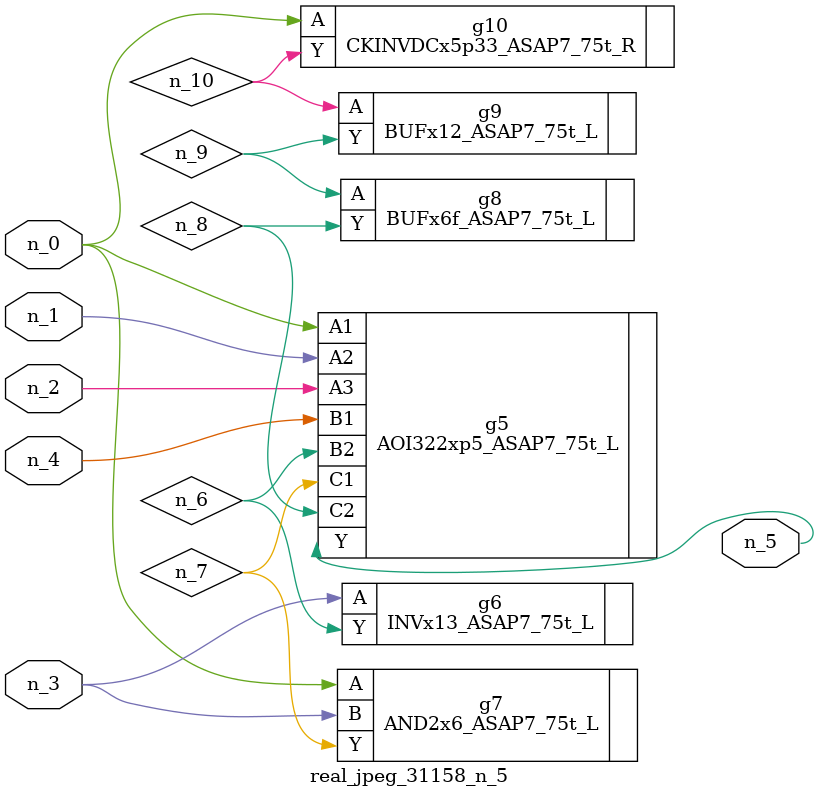
<source format=v>
module real_jpeg_31158_n_5 (n_4, n_0, n_1, n_2, n_3, n_5);

input n_4;
input n_0;
input n_1;
input n_2;
input n_3;

output n_5;

wire n_8;
wire n_6;
wire n_7;
wire n_10;
wire n_9;

AOI322xp5_ASAP7_75t_L g5 ( 
.A1(n_0),
.A2(n_1),
.A3(n_2),
.B1(n_4),
.B2(n_6),
.C1(n_7),
.C2(n_8),
.Y(n_5)
);

AND2x6_ASAP7_75t_L g7 ( 
.A(n_0),
.B(n_3),
.Y(n_7)
);

CKINVDCx5p33_ASAP7_75t_R g10 ( 
.A(n_0),
.Y(n_10)
);

INVx13_ASAP7_75t_L g6 ( 
.A(n_3),
.Y(n_6)
);

BUFx6f_ASAP7_75t_L g8 ( 
.A(n_9),
.Y(n_8)
);

BUFx12_ASAP7_75t_L g9 ( 
.A(n_10),
.Y(n_9)
);


endmodule
</source>
